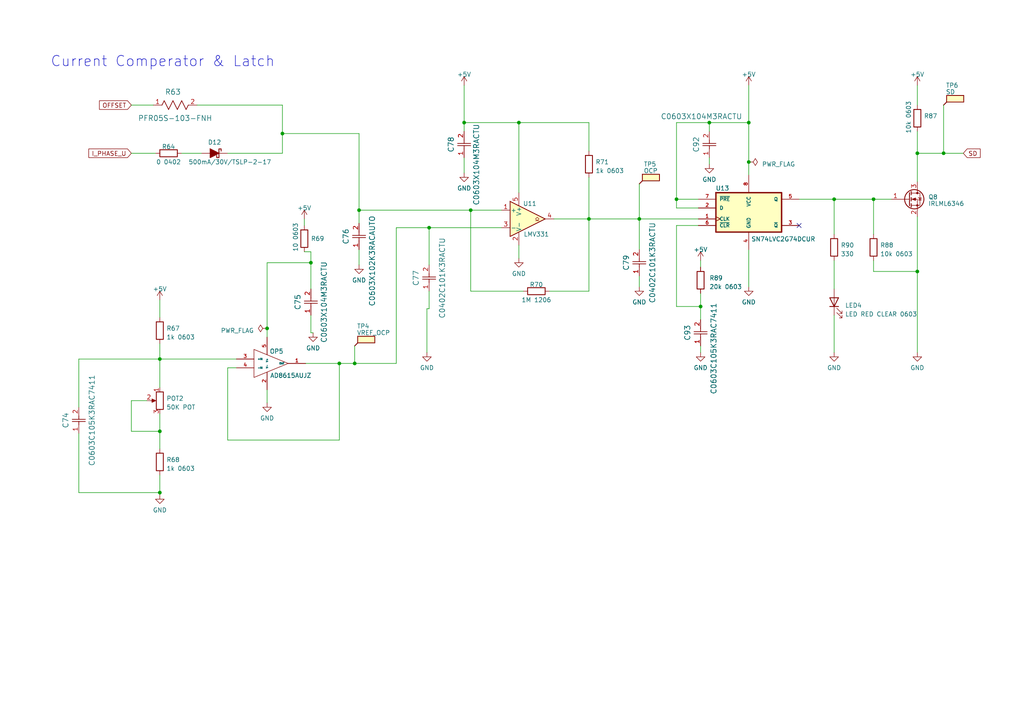
<source format=kicad_sch>
(kicad_sch (version 20231120) (generator "eeschema") (generator_version "8.0")
  (paper "A4")
  (lib_symbols
    (symbol "AD8615:AD8615AUJZ" (pin_names (offset 1.016))
      (property "Reference" "OP" (at 3.556 -12.954 0))
      (property "Value" "AD8615AUJZ" (at 8.128 -21.59 0))
      (symbol "AD8615AUJZ_0_0"
        (pin output line (at 11.176 -17.78 180) (length 5.08) (name "OUT") (number "1"))
        (pin power_in line (at 0 -25.4 90) (length 5.08) (name "V-") (number "2"))
        (pin input line (at -8.89 -16.51 0) (length 5.08) (name "+IN") (number "3"))
        (pin input line (at -8.89 -19.05 0) (length 5.08) (name "-IN") (number "4"))
        (pin power_in line (at 0 -10.16 270) (length 5.08) (name "V+") (number "5"))
      )
      (symbol "AD8615AUJZ_0_1"
        (polyline (pts (xy -3.81 -13.716) (xy -3.81 -21.844) (xy 6.096 -17.78) (xy -3.81 -13.716)))
      )
    )
    (symbol "C0603C101K3RACAUTO:C0402C101K3RACTU" (pin_names (offset 0.254))
      (property "Reference" "C" (at 3.81 3.81 0))
      (property "Value" "C0402C101K3RACTU" (at 3.81 -3.81 0))
      (symbol "C0402C101K3RACTU_1_1"
        (polyline (pts (xy 2.54 0) (xy 3.4798 0)) (stroke (width 0.2032)))
        (polyline (pts (xy 3.4798 -1.905) (xy 3.4798 1.905)) (stroke (width 0.2032)))
        (polyline (pts (xy 4.1148 -1.905) (xy 4.1148 1.905)) (stroke (width 0.2032)))
        (polyline (pts (xy 4.1148 0) (xy 5.08 0)) (stroke (width 0.2032)))
        (pin unspecified line (at 0 0 0) (length 2.54) (name "") (number "1"))
        (pin unspecified line (at 7.62 0 180) (length 2.54) (name "") (number "2"))
      )
      (symbol "C0402C101K3RACTU_1_2"
        (polyline (pts (xy -1.905 -4.1148) (xy 1.905 -4.1148)) (stroke (width 0.2032)))
        (polyline (pts (xy -1.905 -3.4798) (xy 1.905 -3.4798)) (stroke (width 0.2032)))
        (polyline (pts (xy 0 -4.1148) (xy 0 -5.08)) (stroke (width 0.2032)))
        (polyline (pts (xy 0 -2.54) (xy 0 -3.4798)) (stroke (width 0.2032)))
        (pin unspecified line (at 0 0 270) (length 2.54) (name "") (number "1"))
        (pin unspecified line (at 0 -7.62 90) (length 2.54) (name "") (number "2"))
      )
    )
    (symbol "C0603C105K3RAC7411:C0603C105K3RAC7411" (pin_names (offset 0.254))
      (property "Reference" "C" (at 3.81 3.81 0))
      (property "Value" "C0603C105K3RAC7411" (at 3.81 -3.81 0))
      (symbol "C0603C105K3RAC7411_1_1"
        (polyline (pts (xy 2.54 0) (xy 3.4798 0)) (stroke (width 0.2032)))
        (polyline (pts (xy 3.4798 -1.905) (xy 3.4798 1.905)) (stroke (width 0.2032)))
        (polyline (pts (xy 4.1148 -1.905) (xy 4.1148 1.905)) (stroke (width 0.2032)))
        (polyline (pts (xy 4.1148 0) (xy 5.08 0)) (stroke (width 0.2032)))
        (pin unspecified line (at 0 0 0) (length 2.54) (name "") (number "1"))
        (pin unspecified line (at 7.62 0 180) (length 2.54) (name "") (number "2"))
      )
      (symbol "C0603C105K3RAC7411_1_2"
        (polyline (pts (xy -1.905 -4.1148) (xy 1.905 -4.1148)) (stroke (width 0.2032)))
        (polyline (pts (xy -1.905 -3.4798) (xy 1.905 -3.4798)) (stroke (width 0.2032)))
        (polyline (pts (xy 0 -4.1148) (xy 0 -5.08)) (stroke (width 0.2032)))
        (polyline (pts (xy 0 -2.54) (xy 0 -3.4798)) (stroke (width 0.2032)))
        (pin unspecified line (at 0 0 270) (length 2.54) (name "") (number "1"))
        (pin unspecified line (at 0 -7.62 90) (length 2.54) (name "") (number "2"))
      )
    )
    (symbol "C0603X102K3RACAUTO:C0603X102K3RACAUTO" (pin_names (offset 0.254))
      (property "Reference" "C" (at 3.81 3.81 0))
      (property "Value" "C0603X102K3RACAUTO" (at 3.81 -3.81 0))
      (symbol "C0603X102K3RACAUTO_1_1"
        (polyline (pts (xy 2.54 0) (xy 3.4798 0)) (stroke (width 0.2032)))
        (polyline (pts (xy 3.4798 -1.905) (xy 3.4798 1.905)) (stroke (width 0.2032)))
        (polyline (pts (xy 4.1148 -1.905) (xy 4.1148 1.905)) (stroke (width 0.2032)))
        (polyline (pts (xy 4.1148 0) (xy 5.08 0)) (stroke (width 0.2032)))
        (pin unspecified line (at 0 0 0) (length 2.54) (name "") (number "1"))
        (pin unspecified line (at 7.62 0 180) (length 2.54) (name "") (number "2"))
      )
      (symbol "C0603X102K3RACAUTO_1_2"
        (polyline (pts (xy -1.905 -4.1148) (xy 1.905 -4.1148)) (stroke (width 0.2032)))
        (polyline (pts (xy -1.905 -3.4798) (xy 1.905 -3.4798)) (stroke (width 0.2032)))
        (polyline (pts (xy 0 -4.1148) (xy 0 -5.08)) (stroke (width 0.2032)))
        (polyline (pts (xy 0 -2.54) (xy 0 -3.4798)) (stroke (width 0.2032)))
        (pin unspecified line (at 0 0 270) (length 2.54) (name "") (number "1"))
        (pin unspecified line (at 0 -7.62 90) (length 2.54) (name "") (number "2"))
      )
    )
    (symbol "C37:C0603X104M3RACTU" (pin_names (offset 0.254))
      (property "Reference" "C" (at 3.81 3.81 0))
      (property "Value" "C0603X104M3RACTU" (at 3.81 -3.81 0))
      (symbol "C0603X104M3RACTU_1_1"
        (polyline (pts (xy 2.54 0) (xy 3.4798 0)) (stroke (width 0.2032)))
        (polyline (pts (xy 3.4798 -1.905) (xy 3.4798 1.905)) (stroke (width 0.2032)))
        (polyline (pts (xy 4.1148 -1.905) (xy 4.1148 1.905)) (stroke (width 0.2032)))
        (polyline (pts (xy 4.1148 0) (xy 5.08 0)) (stroke (width 0.2032)))
        (pin unspecified line (at 0 0 0) (length 2.54) (name "") (number "1"))
        (pin unspecified line (at 7.62 0 180) (length 2.54) (name "") (number "2"))
      )
      (symbol "C0603X104M3RACTU_1_2"
        (polyline (pts (xy -1.905 -4.1148) (xy 1.905 -4.1148)) (stroke (width 0.2032)))
        (polyline (pts (xy -1.905 -3.4798) (xy 1.905 -3.4798)) (stroke (width 0.2032)))
        (polyline (pts (xy 0 -4.1148) (xy 0 -5.08)) (stroke (width 0.2032)))
        (polyline (pts (xy 0 -2.54) (xy 0 -3.4798)) (stroke (width 0.2032)))
        (pin unspecified line (at 0 0 270) (length 2.54) (name "") (number "1"))
        (pin unspecified line (at 0 -7.62 90) (length 2.54) (name "") (number "2"))
      )
    )
    (symbol "Comparator:LMV331" (pin_names (offset 0.127))
      (property "Reference" "U" (at 1.27 5.08 0))
      (property "Value" "LMV331" (at 3.81 -5.08 0))
      (symbol "LMV331_0_1"
        (polyline (pts (xy -5.08 5.08) (xy 5.08 0) (xy -5.08 -5.08) (xy -5.08 5.08)) (stroke (width 0.254)) (fill (type background)))
        (polyline (pts (xy 3.302 -0.508) (xy 2.794 -0.508) (xy 3.302 0) (xy 2.794 0.508) (xy 2.286 0) (xy 2.794 -0.508) (xy 2.286 -0.508)) (stroke (width 0.127)))
      )
      (symbol "LMV331_1_1"
        (pin input line (at -7.62 2.54 0) (length 2.54) (name "+") (number "1"))
        (pin power_in line (at -2.54 -7.62 90) (length 3.81) (name "V-") (number "2"))
        (pin input line (at -7.62 -2.54 0) (length 2.54) (name "-") (number "3"))
        (pin open_collector line (at 7.62 0 180) (length 2.54) (name "~") (number "4"))
        (pin power_in line (at -2.54 7.62 270) (length 3.81) (name "V+") (number "5"))
      )
    )
    (symbol "Connector:TestPoint_Flag" (pin_numbers hide) (pin_names (offset 0.762) hide)
      (property "Reference" "TP" (at 3.429 1.778 0))
      (property "Value" "TestPoint_Flag" (at 3.302 4.191 0))
      (symbol "TestPoint_Flag_0_1"
        (polyline (pts (xy 0 0) (xy 0.889 0.889)) (stroke (width 0.254)))
        (rectangle (start 0.889 2.794) (end 5.842 0.889) (stroke (width 0.254)) (fill (type background)))
      )
      (symbol "TestPoint_Flag_1_1"
        (pin passive line (at 0 0 90) (length 0) (name "1") (number "1"))
      )
    )
    (symbol "Device:D_Schottky_Filled" (pin_numbers hide) (pin_names (offset 1.016) hide)
      (property "Reference" "D" (at 0 2.54 0))
      (property "Value" "D_Schottky_Filled" (at 0 -2.54 0))
      (symbol "D_Schottky_Filled_0_1"
        (polyline (pts (xy 1.27 0) (xy -1.27 0)))
        (polyline (pts (xy 1.27 1.27) (xy 1.27 -1.27) (xy -1.27 0) (xy 1.27 1.27)) (stroke (width 0.254)) (fill (type outline)))
        (polyline (pts (xy -1.905 0.635) (xy -1.905 1.27) (xy -1.27 1.27) (xy -1.27 -1.27) (xy -0.635 -1.27) (xy -0.635 -0.635)) (stroke (width 0.254)))
      )
      (symbol "D_Schottky_Filled_1_1"
        (pin passive line (at -3.81 0 0) (length 2.54) (name "K") (number "1"))
        (pin passive line (at 3.81 0 180) (length 2.54) (name "A") (number "2"))
      )
    )
    (symbol "Device:LED" (pin_numbers hide) (pin_names (offset 1.016) hide)
      (property "Reference" "D" (at 0 2.54 0))
      (property "Value" "LED" (at 0 -2.54 0))
      (symbol "LED_0_1"
        (polyline (pts (xy -1.27 -1.27) (xy -1.27 1.27)) (stroke (width 0.254)))
        (polyline (pts (xy -1.27 0) (xy 1.27 0)))
        (polyline (pts (xy 1.27 -1.27) (xy 1.27 1.27) (xy -1.27 0) (xy 1.27 -1.27)) (stroke (width 0.254)))
        (polyline (pts (xy -3.048 -0.762) (xy -4.572 -2.286) (xy -3.81 -2.286) (xy -4.572 -2.286) (xy -4.572 -1.524)))
        (polyline (pts (xy -1.778 -0.762) (xy -3.302 -2.286) (xy -2.54 -2.286) (xy -3.302 -2.286) (xy -3.302 -1.524)))
      )
      (symbol "LED_1_1"
        (pin passive line (at -3.81 0 0) (length 2.54) (name "K") (number "1"))
        (pin passive line (at 3.81 0 180) (length 2.54) (name "A") (number "2"))
      )
    )
    (symbol "Device:R" (pin_numbers hide) (pin_names (offset 0))
      (property "Reference" "R" (at 2.032 0 90))
      (property "Value" "R" (at 0 0 90))
      (symbol "R_0_1"
        (rectangle (start -1.016 -2.54) (end 1.016 2.54) (stroke (width 0.254)))
      )
      (symbol "R_1_1"
        (pin passive line (at 0 3.81 270) (length 1.27) (name "~") (number "1"))
        (pin passive line (at 0 -3.81 90) (length 1.27) (name "~") (number "2"))
      )
    )
    (symbol "Device:R_Potentiometer" (pin_names (offset 1.016) hide)
      (property "Reference" "RV" (at -4.445 0 90))
      (property "Value" "R_Potentiometer" (at -2.54 0 90))
      (symbol "R_Potentiometer_0_1"
        (polyline (pts (xy 2.54 0) (xy 1.524 0)))
        (polyline (pts (xy 1.143 0) (xy 2.286 0.508) (xy 2.286 -0.508) (xy 1.143 0)) (fill (type outline)))
        (rectangle (start 1.016 2.54) (end -1.016 -2.54) (stroke (width 0.254)))
      )
      (symbol "R_Potentiometer_1_1"
        (pin passive line (at 0 3.81 270) (length 1.27) (name "1") (number "1"))
        (pin passive line (at 3.81 0 180) (length 1.27) (name "2") (number "2"))
        (pin passive line (at 0 -3.81 90) (length 1.27) (name "3") (number "3"))
      )
    )
    (symbol "PFR05S-103-FNH:PFR05S-103-FNH" (pin_names (offset 0.254))
      (property "Reference" "R" (at 5.715 3.81 0))
      (property "Value" "PFR05S-103-FNH" (at 6.35 -3.81 0))
      (symbol "PFR05S-103-FNH_1_1"
        (polyline (pts (xy 2.54 0) (xy 3.175 1.27)) (stroke (width 0.2032)))
        (polyline (pts (xy 3.175 1.27) (xy 4.445 -1.27)) (stroke (width 0.2032)))
        (polyline (pts (xy 4.445 -1.27) (xy 5.715 1.27)) (stroke (width 0.2032)))
        (polyline (pts (xy 5.715 1.27) (xy 6.985 -1.27)) (stroke (width 0.2032)))
        (polyline (pts (xy 6.985 -1.27) (xy 8.255 1.27)) (stroke (width 0.2032)))
        (polyline (pts (xy 8.255 1.27) (xy 9.525 -1.27)) (stroke (width 0.2032)))
        (polyline (pts (xy 9.525 -1.27) (xy 10.16 0)) (stroke (width 0.2032)))
        (pin unspecified line (at 0 0 0) (length 2.54) (name "") (number "1"))
        (pin unspecified line (at 12.7 0 180) (length 2.54) (name "") (number "2"))
      )
      (symbol "PFR05S-103-FNH_1_2"
        (polyline (pts (xy -1.27 3.175) (xy 1.27 4.445)) (stroke (width 0.2032)))
        (polyline (pts (xy -1.27 5.715) (xy 1.27 6.985)) (stroke (width 0.2032)))
        (polyline (pts (xy -1.27 8.255) (xy 1.27 9.525)) (stroke (width 0.2032)))
        (polyline (pts (xy 0 2.54) (xy -1.27 3.175)) (stroke (width 0.2032)))
        (polyline (pts (xy 1.27 4.445) (xy -1.27 5.715)) (stroke (width 0.2032)))
        (polyline (pts (xy 1.27 6.985) (xy -1.27 8.255)) (stroke (width 0.2032)))
        (polyline (pts (xy 1.27 9.525) (xy 0 10.16)) (stroke (width 0.2032)))
        (pin unspecified line (at 0 12.7 270) (length 2.54) (name "") (number "1"))
        (pin unspecified line (at 0 0 90) (length 2.54) (name "") (number "2"))
      )
    )
    (symbol "SN74LVC2G74DCUR:SN74LVC2G74DCUR" (pin_names (offset 1.016))
      (property "Reference" "U?" (at -8.255 6.985 0))
      (property "Value" "SN74LVC2G74DCUR" (at 10.033 -7.747 0))
      (symbol "SN74LVC2G74DCUR_0_0"
        (rectangle (start -9.525 5.715) (end 9.525 -5.715) (stroke (width 0.41)) (fill (type background)))
        (pin input clock (at -14.605 -1.905 0) (length 5.08) (name "CLK") (number "1"))
        (pin input line (at -14.605 1.27 0) (length 5.08) (name "D") (number "2"))
        (pin output line (at 14.605 -3.81 180) (length 5.08) (name "~{Q}") (number "3"))
        (pin power_in line (at 0 -10.795 90) (length 5.08) (name "GND") (number "4"))
        (pin output line (at 14.605 3.81 180) (length 5.08) (name "Q") (number "5"))
        (pin input line (at -14.605 -3.81 0) (length 5.08) (name "~{CLR}") (number "6"))
        (pin input line (at -14.605 3.81 0) (length 5.08) (name "~{PRE}") (number "7"))
        (pin power_in line (at 0 10.795 270) (length 5.08) (name "VCC") (number "8"))
      )
    )
    (symbol "Transistor_FET:IRLML0030" (pin_names hide)
      (property "Reference" "Q" (at 5.08 1.905 0))
      (property "Value" "IRLML0030" (at 5.08 0 0))
      (symbol "IRLML0030_0_1"
        (polyline (pts (xy 0.254 0) (xy -2.54 0)))
        (polyline (pts (xy 0.254 1.905) (xy 0.254 -1.905)) (stroke (width 0.254)))
        (polyline (pts (xy 0.762 -1.27) (xy 0.762 -2.286)) (stroke (width 0.254)))
        (polyline (pts (xy 0.762 0.508) (xy 0.762 -0.508)) (stroke (width 0.254)))
        (polyline (pts (xy 0.762 2.286) (xy 0.762 1.27)) (stroke (width 0.254)))
        (polyline (pts (xy 2.54 2.54) (xy 2.54 1.778)))
        (polyline (pts (xy 2.54 -2.54) (xy 2.54 0) (xy 0.762 0)))
        (polyline (pts (xy 0.762 -1.778) (xy 3.302 -1.778) (xy 3.302 1.778) (xy 0.762 1.778)))
        (polyline (pts (xy 1.016 0) (xy 2.032 0.381) (xy 2.032 -0.381) (xy 1.016 0)) (fill (type outline)))
        (polyline (pts (xy 2.794 0.508) (xy 2.921 0.381) (xy 3.683 0.381) (xy 3.81 0.254)))
        (polyline (pts (xy 3.302 0.381) (xy 2.921 -0.254) (xy 3.683 -0.254) (xy 3.302 0.381)))
        (circle (center 1.651 0) (radius 2.794) (stroke (width 0.254)))
        (circle (center 2.54 -1.778) (radius 0.254) (fill (type outline)))
        (circle (center 2.54 1.778) (radius 0.254) (fill (type outline)))
      )
      (symbol "IRLML0030_1_1"
        (pin input line (at -5.08 0 0) (length 2.54) (name "G") (number "1"))
        (pin passive line (at 2.54 -5.08 90) (length 2.54) (name "S") (number "2"))
        (pin passive line (at 2.54 5.08 270) (length 2.54) (name "D") (number "3"))
      )
    )
    (symbol "power:+5V" (power) (pin_names (offset 0))
      (property "Value" "+5V" (at 0 3.556 0))
      (symbol "+5V_0_1"
        (polyline (pts (xy -0.762 1.27) (xy 0 2.54)))
        (polyline (pts (xy 0 0) (xy 0 2.54)))
        (polyline (pts (xy 0 2.54) (xy 0.762 1.27)))
      )
      (symbol "+5V_1_1"
        (pin power_in line (at 0 0 90) (length 0) hide (name "+5V") (number "1"))
      )
    )
    (symbol "power:GND" (power) (pin_names (offset 0))
      (property "Value" "GND" (at 0 -3.81 0))
      (symbol "GND_0_1"
        (polyline (pts (xy 0 0) (xy 0 -1.27) (xy 1.27 -1.27) (xy 0 -2.54) (xy -1.27 -1.27) (xy 0 -1.27)))
      )
      (symbol "GND_1_1"
        (pin power_in line (at 0 0 270) (length 0) hide (name "GND") (number "1"))
      )
    )
    (symbol "power:PWR_FLAG" (power) (pin_numbers hide) (pin_names (offset 0) hide)
      (property "Value" "PWR_FLAG" (at 0 3.81 0))
      (symbol "PWR_FLAG_0_0"
        (pin power_out line (at 0 0 90) (length 0) (name "pwr") (number "1"))
      )
      (symbol "PWR_FLAG_0_1"
        (polyline (pts (xy 0 0) (xy 0 1.27) (xy -1.016 1.905) (xy 0 2.54) (xy 1.016 1.905) (xy 0 1.27)))
      )
    )
  )
  (junction (at 136.525 60.96))
  (junction (at 241.935 57.785))
  (junction (at 46.355 142.875))
  (junction (at 104.14 60.96))
  (junction (at 150.495 35.56))
  (junction (at 273.685 44.45))
  (junction (at 203.2 88.9))
  (junction (at 196.215 57.785))
  (junction (at 266.065 44.45))
  (junction (at 266.065 78.74))
  (junction (at 46.355 104.14))
  (junction (at 217.17 46.99))
  (junction (at 217.17 35.56))
  (junction (at 124.46 66.04))
  (junction (at 90.17 76.2))
  (junction (at 253.365 57.785))
  (junction (at 98.425 105.41))
  (junction (at 134.62 35.56))
  (junction (at 185.42 63.5))
  (junction (at 205.74 35.56))
  (junction (at 102.87 105.41))
  (junction (at 77.47 95.25))
  (junction (at 170.815 63.5))
  (junction (at 81.915 38.735))
  (junction (at 46.355 125.095))
  (no_connect (at 231.775 65.405))
  (wire (pts (xy 77.47 97.79) (xy 77.47 95.25)))
  (wire (pts (xy 273.685 44.45) (xy 279.4 44.45)))
  (wire (pts (xy 102.87 100.33) (xy 102.87 105.41)))
  (wire (pts (xy 241.935 57.785) (xy 231.775 57.785)))
  (wire (pts (xy 38.1 44.45) (xy 45.085 44.45)))
  (wire (pts (xy 46.355 137.795) (xy 46.355 142.875)))
  (wire (pts (xy 104.14 60.96) (xy 136.525 60.96)))
  (wire (pts (xy 217.17 35.56) (xy 217.17 46.99)))
  (wire (pts (xy 104.14 38.735) (xy 104.14 60.96)))
  (wire (pts (xy 202.565 60.325) (xy 196.215 60.325)))
  (wire (pts (xy 81.915 44.45) (xy 81.915 38.735)))
  (wire (pts (xy 38.1 125.095) (xy 46.355 125.095)))
  (wire (pts (xy 124.46 76.835) (xy 124.46 66.04)))
  (wire (pts (xy 241.935 67.945) (xy 241.935 57.785)))
  (wire (pts (xy 124.46 84.455) (xy 124.46 89.535)))
  (wire (pts (xy 150.495 71.12) (xy 150.495 74.93)))
  (wire (pts (xy 241.935 75.565) (xy 241.935 83.82)))
  (wire (pts (xy 88.646 105.41) (xy 98.425 105.41)))
  (wire (pts (xy 57.15 30.48) (xy 81.915 30.48)))
  (wire (pts (xy 81.915 38.735) (xy 81.915 30.48)))
  (wire (pts (xy 123.825 89.535) (xy 123.825 102.235)))
  (wire (pts (xy 77.47 113.03) (xy 77.47 116.84)))
  (wire (pts (xy 46.355 86.995) (xy 46.355 92.075)))
  (wire (pts (xy 205.74 45.72) (xy 205.74 47.625)))
  (wire (pts (xy 253.365 67.945) (xy 253.365 57.785)))
  (wire (pts (xy 196.215 57.785) (xy 202.565 57.785)))
  (wire (pts (xy 134.62 35.56) (xy 134.62 38.1)))
  (wire (pts (xy 136.525 84.455) (xy 136.525 60.96)))
  (wire (pts (xy 46.355 112.395) (xy 46.355 104.14)))
  (wire (pts (xy 266.065 62.865) (xy 266.065 78.74)))
  (wire (pts (xy 205.74 35.56) (xy 217.17 35.56)))
  (wire (pts (xy 98.425 105.41) (xy 102.87 105.41)))
  (wire (pts (xy 90.17 73.025) (xy 90.17 76.2)))
  (wire (pts (xy 104.14 72.39) (xy 104.14 76.835)))
  (wire (pts (xy 266.065 78.74) (xy 266.065 102.235)))
  (wire (pts (xy 134.62 24.765) (xy 134.62 35.56)))
  (wire (pts (xy 196.215 35.56) (xy 205.74 35.56)))
  (wire (pts (xy 217.17 72.39) (xy 217.17 83.185)))
  (wire (pts (xy 66.04 44.45) (xy 81.915 44.45)))
  (wire (pts (xy 77.47 95.25) (xy 77.47 76.2)))
  (wire (pts (xy 205.74 38.1) (xy 205.74 35.56)))
  (wire (pts (xy 46.355 104.14) (xy 22.86 104.14)))
  (wire (pts (xy 46.355 104.14) (xy 68.58 104.14)))
  (wire (pts (xy 42.545 116.205) (xy 38.1 116.205)))
  (wire (pts (xy 266.065 38.1) (xy 266.065 44.45)))
  (wire (pts (xy 114.935 66.04) (xy 124.46 66.04)))
  (wire (pts (xy 88.265 63.5) (xy 88.265 65.405)))
  (wire (pts (xy 196.215 65.405) (xy 196.215 88.9)))
  (wire (pts (xy 151.765 84.455) (xy 136.525 84.455)))
  (wire (pts (xy 90.17 76.2) (xy 90.17 83.82)))
  (wire (pts (xy 38.1 116.205) (xy 38.1 125.095)))
  (wire (pts (xy 185.42 53.34) (xy 185.42 63.5)))
  (wire (pts (xy 46.355 99.695) (xy 46.355 104.14)))
  (wire (pts (xy 81.915 38.735) (xy 104.14 38.735)))
  (wire (pts (xy 68.58 106.68) (xy 66.04 106.68)))
  (wire (pts (xy 150.495 35.56) (xy 170.815 35.56)))
  (wire (pts (xy 196.215 88.9) (xy 203.2 88.9)))
  (wire (pts (xy 66.04 106.68) (xy 66.04 127.635)))
  (wire (pts (xy 52.705 44.45) (xy 58.42 44.45)))
  (wire (pts (xy 90.17 91.44) (xy 90.17 96.52)))
  (wire (pts (xy 90.17 96.52) (xy 90.805 96.52)))
  (wire (pts (xy 90.17 73.025) (xy 88.265 73.025)))
  (wire (pts (xy 114.935 66.04) (xy 114.935 105.41)))
  (wire (pts (xy 203.2 85.09) (xy 203.2 88.9)))
  (wire (pts (xy 170.815 63.5) (xy 160.655 63.5)))
  (wire (pts (xy 22.86 104.14) (xy 22.86 118.11)))
  (wire (pts (xy 217.17 24.765) (xy 217.17 35.56)))
  (wire (pts (xy 202.565 65.405) (xy 196.215 65.405)))
  (wire (pts (xy 134.62 45.72) (xy 134.62 50.165)))
  (wire (pts (xy 170.815 43.815) (xy 170.815 35.56)))
  (wire (pts (xy 253.365 57.785) (xy 258.445 57.785)))
  (wire (pts (xy 98.425 105.41) (xy 98.425 127.635)))
  (wire (pts (xy 150.495 35.56) (xy 134.62 35.56)))
  (wire (pts (xy 196.215 57.785) (xy 196.215 35.56)))
  (wire (pts (xy 170.815 63.5) (xy 185.42 63.5)))
  (wire (pts (xy 159.385 84.455) (xy 170.815 84.455)))
  (wire (pts (xy 203.2 75.565) (xy 203.2 77.47)))
  (wire (pts (xy 253.365 57.785) (xy 241.935 57.785)))
  (wire (pts (xy 253.365 75.565) (xy 253.365 78.74)))
  (wire (pts (xy 102.87 105.41) (xy 114.935 105.41)))
  (wire (pts (xy 170.815 51.435) (xy 170.815 63.5)))
  (wire (pts (xy 185.42 63.5) (xy 202.565 63.5)))
  (wire (pts (xy 273.685 30.48) (xy 273.685 44.45)))
  (wire (pts (xy 22.86 142.875) (xy 46.355 142.875)))
  (wire (pts (xy 185.42 63.5) (xy 185.42 72.39)))
  (wire (pts (xy 46.355 120.015) (xy 46.355 125.095)))
  (wire (pts (xy 196.215 60.325) (xy 196.215 57.785)))
  (wire (pts (xy 66.04 127.635) (xy 98.425 127.635)))
  (wire (pts (xy 46.355 125.095) (xy 46.355 130.175)))
  (wire (pts (xy 46.355 142.875) (xy 46.355 143.51)))
  (wire (pts (xy 124.46 89.535) (xy 123.825 89.535)))
  (wire (pts (xy 38.1 30.48) (xy 44.45 30.48)))
  (wire (pts (xy 136.525 60.96) (xy 145.415 60.96)))
  (wire (pts (xy 150.495 55.88) (xy 150.495 35.56)))
  (wire (pts (xy 77.47 76.2) (xy 90.17 76.2)))
  (wire (pts (xy 203.2 88.9) (xy 203.2 92.71)))
  (wire (pts (xy 185.42 80.01) (xy 185.42 83.185)))
  (wire (pts (xy 253.365 78.74) (xy 266.065 78.74)))
  (wire (pts (xy 203.2 100.33) (xy 203.2 102.235)))
  (wire (pts (xy 241.935 91.44) (xy 241.935 102.235)))
  (wire (pts (xy 266.065 44.45) (xy 266.065 52.705)))
  (wire (pts (xy 217.17 46.99) (xy 217.17 50.8)))
  (wire (pts (xy 266.065 44.45) (xy 273.685 44.45)))
  (wire (pts (xy 266.065 24.765) (xy 266.065 30.48)))
  (wire (pts (xy 124.46 66.04) (xy 145.415 66.04)))
  (wire (pts (xy 170.815 84.455) (xy 170.815 63.5)))
  (wire (pts (xy 104.14 60.96) (xy 104.14 64.77)))
  (wire (pts (xy 22.86 125.73) (xy 22.86 142.875)))
  (text "Current Comperator & Latch" (at 14.605 19.685 0) (effects (font (size 3 3)) (justify left bottom)))
  (global_label "I_PHASE_U" (shape input) (at 38.1 44.45 180) (property "Intersheetrefs" "${INTERSHEET_REFS}" (effects (hide yes))))
  (global_label "SD" (shape input) (at 279.4 44.45 0) (property "Intersheetrefs" "${INTERSHEET_REFS}" (effects (hide yes))))
  (global_label "OFFSET" (shape input) (at 38.1 30.48 180) (property "Intersheetrefs" "${INTERSHEET_REFS}" (effects (hide yes))))
  (symbol (lib_id "power:+5V") (at 217.17 24.765 0) (unit 1)
    (property "Reference" "#PWR065" (effects (hide yes)))
    (property "Value" "+5V" (at 217.17 21.59 0))
  )
  (symbol (lib_id "AD8615:AD8615AUJZ") (at 77.47 87.63 0) (unit 1)
    (property "Reference" "OP5" (at 80.2132 101.9048 0))
    (property "Value" "AD8615AUJZ" (at 84.328 108.9152 0))
    (property "Footprint" "AD8615AUJZ:SOT95P280X100-5N" (effects (hide yes)))
    (property "Description" "Precision 20 MHz CMOS Single RRIO Operational Amplifier" (effects (hide yes)))
    (property "MF" "Analog Devices" (effects (hide yes)))
    (property "PACKAGE" "SOT-23-5" (effects (hide yes)))
    (property "MPN" "AD8615AUJZ" (effects (hide yes)))
    (property "Price" "None" (effects (hide yes)))
    (property "Package" "TSOT-5 Analog Devices" (effects (hide yes)))
    (property "OC_FARNELL" "9079408" (effects (hide yes)))
    (property "SnapEDA_Link" "https://www.snapeda.com/parts/AD8615AUJZ-REEL7/Analog+Devices/view-part/?ref=snap" (effects (hide yes)))
    (property "MP" "AD8615AUJZ-REEL7" (effects (hide yes)))
    (property "Purchase-URL" "https://www.snapeda.com/api/url_track_click_mouser/?unipart_id=45535&manufacturer=Analog Devices&part_name=AD8615AUJZ-REEL7&search_term=ad8615" (effects (hide yes)))
    (property "SUPPLIER" "Analog Devices" (effects (hide yes)))
    (property "OC_NEWARK" "31M4569" (effects (hide yes)))
    (property "Availability" "In Stock" (effects (hide yes)))
    (property "Check_prices" "https://www.snapeda.com/parts/AD8615AUJZ-REEL7/Analog+Devices/view-part/?ref=eda" (effects (hide yes)))
  )
  (symbol (lib_id "power:+5V") (at 134.62 24.765 0) (unit 1)
    (property "Reference" "#PWR051" (effects (hide yes)))
    (property "Value" "+5V" (at 134.62 21.59 0))
  )
  (symbol (lib_id "C37:C0603X104M3RACTU") (at 90.17 91.44 90) (unit 1)
    (property "Reference" "C75" (at 86.36 87.63 0) (effects (font (size 1.524 1.524))))
    (property "Value" "C0603X104M3RACTU" (at 93.98 87.63 0) (effects (font (size 1.524 1.524))))
    (property "Footprint" "just-footprints:CAPC17795_95N_KEM" (effects (hide yes)))
    (property "Datasheet" "C0603X104M3RACTU" (effects (hide yes)))
  )
  (symbol (lib_id "power:GND") (at 77.47 116.84 0) (unit 1)
    (property "Reference" "#PWR058" (effects (hide yes)))
    (property "Value" "GND" (at 77.47 121.285 0))
  )
  (symbol (lib_id "Device:R") (at 46.355 95.885 0) (unit 1)
    (property "Reference" "R67" (at 48.26 95.25 0) (effects (justify left)))
    (property "Value" "1k 0603" (at 48.26 97.79 0) (effects (justify left)))
  )
  (symbol (lib_id "power:GND") (at 185.42 83.185 0) (unit 1)
    (property "Reference" "#PWR061" (effects (hide yes)))
    (property "Value" "GND" (at 185.42 87.63 0))
  )
  (symbol (lib_id "C37:C0603X104M3RACTU") (at 134.62 45.72 90) (unit 1)
    (property "Reference" "C78" (at 130.81 41.91 0) (effects (font (size 1.524 1.524))))
    (property "Value" "C0603X104M3RACTU" (at 138.176 47.752 0) (effects (font (size 1.524 1.524))))
    (property "Footprint" "just-footprints:CAPC17795_95N_KEM" (effects (hide yes)))
    (property "Datasheet" "C0603X104M3RACTU" (effects (hide yes)))
  )
  (symbol (lib_id "power:+5V") (at 46.355 86.995 0) (unit 1)
    (property "Reference" "#PWR059" (effects (hide yes)))
    (property "Value" "+5V" (at 46.355 83.82 0))
  )
  (symbol (lib_id "power:GND") (at 134.62 50.165 0) (unit 1)
    (property "Reference" "#PWR052" (effects (hide yes)))
    (property "Value" "GND" (at 134.62 54.61 0))
  )
  (symbol (lib_id "Connector:TestPoint_Flag") (at 185.42 53.34 0) (unit 1)
    (property "Reference" "TP5" (at 186.69 47.625 0) (effects (justify left)))
    (property "Value" "OCP" (at 186.69 49.53 0) (effects (justify left)))
  )
  (symbol (lib_id "power:+5V") (at 203.2 75.565 0) (unit 1)
    (property "Reference" "#PWR067" (effects (hide yes)))
    (property "Value" "+5V" (at 203.2 72.39 0))
  )
  (symbol (lib_id "power:GND") (at 241.935 102.235 0) (unit 1)
    (property "Reference" "#PWR063" (effects (hide yes)))
    (property "Value" "GND" (at 241.935 106.68 0))
  )
  (symbol (lib_id "SN74LVC2G74DCUR:SN74LVC2G74DCUR") (at 217.17 61.595 0) (unit 1)
    (property "Reference" "U13" (at 209.55 54.61 0))
    (property "Value" "SN74LVC2G74DCUR" (at 227.203 69.342 0))
    (property "Footprint" "SN74LVC2G74DCUR:SOP50P310X90-8N" (effects (hide yes)))
    (property "Description" "Single Positive-Edge-Triggered D-Type Flip-Flop with Clear and Preset" (effects (hide yes)))
    (property "MF" "Texas Instruments" (effects (hide yes)))
    (property "Package" "VSSOP-8 Texas Instruments" (effects (hide yes)))
    (property "Price" "None" (effects (hide yes)))
    (property "SnapEDA_Link" "https://www.snapeda.com/parts/SN74LVC2G74DCUR/Texas+Instruments/view-part/?ref=snap" (effects (hide yes)))
    (property "MP" "SN74LVC2G74DCUR" (effects (hide yes)))
    (property "Purchase-URL" "https://www.snapeda.com/api/url_track_click_mouser/?unipart_id=395570&manufacturer=Texas Instruments&part_name=SN74LVC2G74DCUR&search_term=sn74lvc2g74dcur" (effects (hide yes)))
    (property "Availability" "In Stock" (effects (hide yes)))
    (property "Check_prices" "https://www.snapeda.com/parts/SN74LVC2G74DCUR/Texas+Instruments/view-part/?ref=eda" (effects (hide yes)))
  )
  (symbol (lib_id "PFR05S-103-FNH:PFR05S-103-FNH") (at 44.45 30.48 0) (unit 1)
    (property "Reference" "R63" (at 50.165 26.67 0) (effects (font (size 1.524 1.524))))
    (property "Value" "PFR05S-103-FNH" (at 50.8 34.29 0) (effects (font (size 1.524 1.524))))
    (property "Footprint" "just-footprints:RES_PFR05S_CYN" (effects (hide yes)))
    (property "Datasheet" "PFR05S-103-FNH" (effects (hide yes)))
  )
  (symbol (lib_id "power:GND") (at 203.2 102.235 0) (unit 1)
    (property "Reference" "#PWR068" (effects (hide yes)))
    (property "Value" "GND" (at 203.2 106.68 0))
  )
  (symbol (lib_id "C0603C101K3RACAUTO:C0402C101K3RACTU") (at 124.46 84.455 90) (unit 1)
    (property "Reference" "C77" (at 120.65 80.645 0) (effects (font (size 1.524 1.524))))
    (property "Value" "C0402C101K3RACTU" (at 128.27 80.645 0) (effects (font (size 1.524 1.524))))
    (property "Footprint" "just-footprints:CAPC10555_55N_KEM" (effects (hide yes)))
    (property "Datasheet" "C0402C101K3RACTU" (effects (hide yes)))
  )
  (symbol (lib_id "power:GND") (at 205.74 47.625 0) (unit 1)
    (property "Reference" "#PWR066" (effects (hide yes)))
    (property "Value" "GND" (at 205.74 52.07 0))
  )
  (symbol (lib_id "C0603C105K3RAC7411:C0603C105K3RAC7411") (at 22.86 125.73 90) (unit 1)
    (property "Reference" "C74" (at 19.05 121.92 0) (effects (font (size 1.524 1.524))))
    (property "Value" "C0603C105K3RAC7411" (at 26.67 121.92 0) (effects (font (size 1.524 1.524))))
    (property "Footprint" "just-footprints:CAPC17595_95N_KEM" (effects (hide yes)))
    (property "Datasheet" "C0603C105K3RAC7411" (effects (hide yes)))
  )
  (symbol (lib_id "C0603C101K3RACAUTO:C0402C101K3RACTU") (at 185.42 80.01 90) (unit 1)
    (property "Reference" "C79" (at 181.61 76.2 0) (effects (font (size 1.524 1.524))))
    (property "Value" "C0402C101K3RACTU" (at 189.23 76.2 0) (effects (font (size 1.524 1.524))))
    (property "Footprint" "just-footprints:CAPC10555_55N_KEM" (effects (hide yes)))
    (property "Datasheet" "C0402C101K3RACTU" (effects (hide yes)))
  )
  (symbol (lib_id "C0603X102K3RACAUTO:C0603X102K3RACAUTO") (at 104.14 72.39 90) (unit 1)
    (property "Reference" "C76" (at 100.33 68.58 0) (effects (font (size 1.524 1.524))))
    (property "Value" "C0603X102K3RACAUTO" (at 107.95 75.692 0) (effects (font (size 1.524 1.524))))
    (property "Footprint" "just-footprints:CAPC17795_95N_KEM" (effects (hide yes)))
    (property "Datasheet" "C0603X102K3RACAUTO" (effects (hide yes)))
  )
  (symbol (lib_id "Device:R") (at 241.935 71.755 0) (unit 1)
    (property "Reference" "R90" (at 243.84 71.12 0) (effects (justify left)))
    (property "Value" "330" (at 243.84 73.66 0) (effects (justify left)))
  )
  (symbol (lib_id "Comparator:LMV331") (at 153.035 63.5 0) (unit 1)
    (property "Reference" "U11" (at 153.67 59.055 0))
    (property "Value" "LMV331" (at 155.575 67.945 0))
    (property "Datasheet" "http://www.ti.com/lit/ds/symlink/lmv331.pdf" (effects (hide yes)))
  )
  (symbol (lib_id "power:GND") (at 104.14 76.835 0) (unit 1)
    (property "Reference" "#PWR055" (effects (hide yes)))
    (property "Value" "GND" (at 104.14 81.28 0))
  )
  (symbol (lib_id "Device:R") (at 203.2 81.28 0) (unit 1)
    (property "Reference" "R89" (at 205.74 80.645 0) (effects (justify left)))
    (property "Value" "20k 0603" (at 205.74 83.185 0) (effects (justify left)))
  )
  (symbol (lib_id "Device:R") (at 155.575 84.455 90) (unit 1)
    (property "Reference" "R70" (at 155.575 82.55 90))
    (property "Value" "1M 1206" (at 155.575 86.995 90))
  )
  (symbol (lib_id "power:GND") (at 217.17 83.185 0) (unit 1)
    (property "Reference" "#PWR062" (effects (hide yes)))
    (property "Value" "GND" (at 217.17 87.63 0))
  )
  (symbol (lib_id "power:GND") (at 150.495 74.93 0) (unit 1)
    (property "Reference" "#PWR053" (effects (hide yes)))
    (property "Value" "GND" (at 150.495 79.375 0))
  )
  (symbol (lib_id "power:GND") (at 266.065 102.235 0) (unit 1)
    (property "Reference" "#PWR064" (effects (hide yes)))
    (property "Value" "GND" (at 266.065 106.68 0))
  )
  (symbol (lib_id "Connector:TestPoint_Flag") (at 273.685 30.48 0) (unit 1)
    (property "Reference" "TP6" (at 274.32 24.765 0) (effects (justify left)))
    (property "Value" "SD" (at 274.32 26.67 0) (effects (justify left)))
  )
  (symbol (lib_id "Device:R") (at 253.365 71.755 0) (unit 1)
    (property "Reference" "R88" (at 255.27 71.12 0) (effects (justify left)))
    (property "Value" "10k 0603" (at 255.27 73.66 0) (effects (justify left)))
  )
  (symbol (lib_id "power:GND") (at 90.805 96.52 0) (unit 1)
    (property "Reference" "#PWR056" (effects (hide yes)))
    (property "Value" "GND" (at 90.805 100.965 0))
  )
  (symbol (lib_id "Device:R") (at 48.895 44.45 90) (unit 1)
    (property "Reference" "R64" (at 48.895 42.545 90))
    (property "Value" "0 0402" (at 48.895 46.99 90))
  )
  (symbol (lib_id "Device:R") (at 88.265 69.215 0) (unit 1)
    (property "Reference" "R69" (at 90.17 69.215 0) (effects (justify left)))
    (property "Value" "10 0603" (at 85.725 73.025 90) (effects (justify left)))
  )
  (symbol (lib_id "C37:C0603X104M3RACTU") (at 205.74 45.72 90) (unit 1)
    (property "Reference" "C92" (at 201.93 41.91 0) (effects (font (size 1.524 1.524))))
    (property "Value" "C0603X104M3RACTU" (at 203.454 33.782 90) (effects (font (size 1.524 1.524))))
    (property "Footprint" "just-footprints:CAPC17795_95N_KEM" (effects (hide yes)))
    (property "Datasheet" "C0603X104M3RACTU" (effects (hide yes)))
  )
  (symbol (lib_id "Transistor_FET:IRLML0030") (at 263.525 57.785 0) (unit 1)
    (property "Reference" "Q8" (at 269.24 57.15 0) (effects (justify left)))
    (property "Value" "IRLML6346" (at 269.24 59.055 0) (effects (justify left)))
    (property "Footprint" "Package_TO_SOT_SMD:SOT-23" (effects (hide yes)))
    (property "Datasheet" "https://www.infineon.com/dgdl/irlml0030pbf.pdf?fileId=5546d462533600a401535664773825df" (effects (hide yes)))
  )
  (symbol (lib_id "power:+5V") (at 266.065 24.765 0) (unit 1)
    (property "Reference" "#PWR069" (effects (hide yes)))
    (property "Value" "+5V" (at 266.065 21.59 0))
  )
  (symbol (lib_id "Device:R") (at 170.815 47.625 0) (unit 1)
    (property "Reference" "R71" (at 172.72 46.99 0) (effects (justify left)))
    (property "Value" "1k 0603" (at 172.72 49.53 0) (effects (justify left)))
  )
  (symbol (lib_id "power:+5V") (at 88.265 63.5 0) (unit 1)
    (property "Reference" "#PWR057" (effects (hide yes)))
    (property "Value" "+5V" (at 88.265 60.325 0))
  )
  (symbol (lib_id "Device:R") (at 46.355 133.985 0) (unit 1)
    (property "Reference" "R68" (at 48.26 133.35 0) (effects (justify left)))
    (property "Value" "1k 0603" (at 48.26 135.89 0) (effects (justify left)))
  )
  (symbol (lib_id "Device:LED") (at 241.935 87.63 90) (unit 1)
    (property "Reference" "LED4" (at 245.11 88.5825 90) (effects (justify right)))
    (property "Value" "LED RED CLEAR 0603" (at 245.11 91.1225 90) (effects (justify right)))
  )
  (symbol (lib_id "power:PWR_FLAG") (at 217.17 46.99 270) (unit 1)
    (property "Reference" "#FLG06" (effects (hide yes)))
    (property "Value" "PWR_FLAG" (at 220.98 47.625 90) (effects (justify left)))
  )
  (symbol (lib_id "Device:R_Potentiometer") (at 46.355 116.205 0) (mirror y) (unit 1)
    (property "Reference" "POT2" (at 48.26 115.57 0) (effects (justify right)))
    (property "Value" "50K POT" (at 48.26 118.11 0) (effects (justify right)))
  )
  (symbol (lib_id "Connector:TestPoint_Flag") (at 102.87 100.33 0) (unit 1)
    (property "Reference" "TP4" (at 103.505 94.615 0) (effects (justify left)))
    (property "Value" "VREF_OCP" (at 103.505 96.52 0) (effects (justify left)))
  )
  (symbol (lib_id "Device:R") (at 266.065 34.29 0) (unit 1)
    (property "Reference" "R87" (at 267.97 33.655 0) (effects (justify left)))
    (property "Value" "10k 0603" (at 263.525 38.735 90) (effects (justify left)))
  )
  (symbol (lib_id "power:GND") (at 46.355 143.51 0) (unit 1)
    (property "Reference" "#PWR060" (effects (hide yes)))
    (property "Value" "GND" (at 46.355 147.955 0))
  )
  (symbol (lib_id "C0603C105K3RAC7411:C0603C105K3RAC7411") (at 203.2 100.33 90) (unit 1)
    (property "Reference" "C93" (at 199.39 96.52 0) (effects (font (size 1.524 1.524))))
    (property "Value" "C0603C105K3RAC7411" (at 207.01 101.092 0) (effects (font (size 1.524 1.524))))
    (property "Footprint" "just-footprints:CAPC17595_95N_KEM" (effects (hide yes)))
    (property "Datasheet" "C0603C105K3RAC7411" (effects (hide yes)))
  )
  (symbol (lib_id "Device:D_Schottky_Filled") (at 62.23 44.45 0) (mirror y) (unit 1)
    (property "Reference" "D12" (at 62.23 41.275 0))
    (property "Value" "500mA/30V/TSLP-2-17" (at 66.675 46.99 0))
  )
  (symbol (lib_id "power:GND") (at 123.825 102.235 0) (unit 1)
    (property "Reference" "#PWR054" (effects (hide yes)))
    (property "Value" "GND" (at 123.825 106.68 0))
  )
  (symbol (lib_id "power:PWR_FLAG") (at 77.47 95.25 90) (unit 1)
    (property "Reference" "#FLG05" (effects (hide yes)))
    (property "Value" "PWR_FLAG" (at 73.66 95.885 90) (effects (justify left)))
  )
)
</source>
